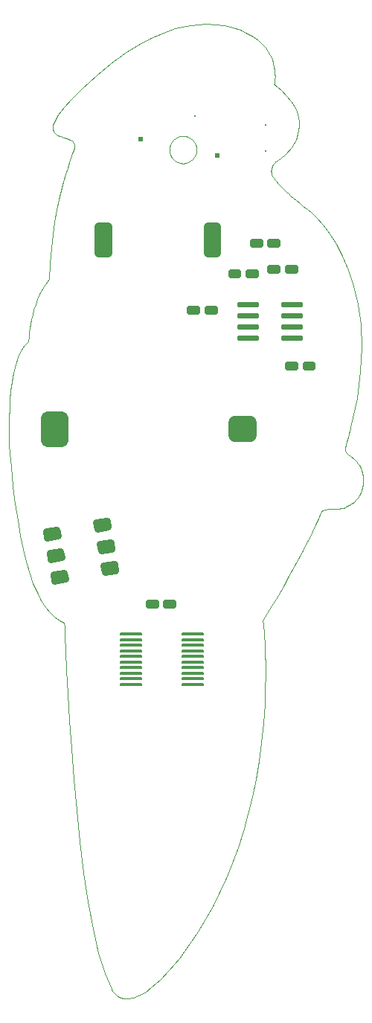
<source format=gtp>
G04 EAGLE Gerber RS-274X export*
G75*
%MOMM*%
%FSLAX34Y34*%
%LPD*%
%INSolder paste top*%
%IPPOS*%
%AMOC8*
5,1,8,0,0,1.08239X$1,22.5*%
G01*
%ADD10C,0.001000*%
%ADD11C,0.175000*%
%ADD12C,0.325000*%
%ADD13C,1.000000*%
%ADD14R,0.500000X0.500000*%
%ADD15R,0.200000X0.200000*%
%ADD16C,0.500000*%
%ADD17C,0.750000*%
%ADD18C,1.500000*%
%ADD19C,1.600000*%


D10*
X420454Y640101D02*
X420149Y640371D01*
X419841Y640637D01*
X419531Y640899D01*
X419218Y641156D01*
X418902Y641410D01*
X418583Y641659D01*
X418262Y641904D01*
X417939Y642144D01*
X417613Y642380D01*
X417285Y642612D01*
X416954Y642840D01*
X416622Y643062D01*
X416287Y643281D01*
X415950Y643495D01*
X415610Y643704D01*
X415269Y643908D01*
X415202Y643951D01*
X415015Y644080D01*
X414728Y644294D01*
X414363Y644593D01*
X413940Y644977D01*
X413481Y645445D01*
X413007Y645997D01*
X412537Y646633D01*
X412094Y647353D01*
X411697Y648155D01*
X411369Y649040D01*
X411130Y650007D01*
X411000Y651056D01*
X411001Y652186D01*
X411154Y653398D01*
X411479Y654691D01*
X411839Y655922D01*
X412207Y657195D01*
X412582Y658504D01*
X412963Y659842D01*
X413347Y661202D01*
X413732Y662579D01*
X414118Y663966D01*
X414501Y665356D01*
X414880Y666742D01*
X415253Y668120D01*
X415619Y669481D01*
X415974Y670820D01*
X416319Y672130D01*
X416650Y673405D01*
X416965Y674639D01*
X417264Y675824D01*
X424276Y709087D01*
X428228Y739649D01*
X429481Y767585D01*
X428394Y792973D01*
X425327Y815889D01*
X420639Y836410D01*
X414691Y854613D01*
X407841Y870574D01*
X400450Y884370D01*
X392877Y896078D01*
X385483Y905774D01*
X378626Y913535D01*
X372667Y919438D01*
X367965Y923559D01*
X364880Y925976D01*
X363772Y926764D01*
X359084Y930697D01*
X355052Y934095D01*
X351611Y937015D01*
X348696Y939513D01*
X346242Y941646D01*
X344184Y943469D01*
X342457Y945039D01*
X340997Y946413D01*
X339739Y947645D01*
X338617Y948793D01*
X337567Y949913D01*
X336525Y951060D01*
X335424Y952292D01*
X334201Y953664D01*
X332790Y955232D01*
X331126Y957054D01*
X329361Y959217D01*
X328078Y961318D01*
X327226Y963346D01*
X326756Y965291D01*
X326615Y967141D01*
X326753Y968886D01*
X327120Y970516D01*
X327664Y972019D01*
X328335Y973385D01*
X329081Y974604D01*
X329852Y975665D01*
X330597Y976556D01*
X331264Y977268D01*
X331804Y977790D01*
X332166Y978111D01*
X332297Y978220D01*
X334816Y979993D01*
X337139Y981750D01*
X339271Y983476D01*
X341218Y985159D01*
X342982Y986784D01*
X344570Y988339D01*
X345985Y989810D01*
X347232Y991183D01*
X348315Y992445D01*
X349239Y993582D01*
X350009Y994582D01*
X350629Y995430D01*
X351103Y996113D01*
X351436Y996618D01*
X351632Y996930D01*
X351697Y997037D01*
X351969Y997427D01*
X352692Y998565D01*
X353722Y1000401D01*
X354917Y1002888D01*
X356134Y1005978D01*
X357230Y1009621D01*
X358062Y1013769D01*
X358487Y1018374D01*
X358364Y1023387D01*
X357548Y1028760D01*
X355898Y1034445D01*
X353271Y1040392D01*
X349523Y1046554D01*
X344512Y1052882D01*
X338096Y1059328D01*
X330131Y1065843D01*
X330240Y1066386D01*
X330453Y1067634D01*
X330702Y1069517D01*
X330919Y1071965D01*
X331036Y1074909D01*
X330984Y1078280D01*
X330695Y1082010D01*
X330100Y1086028D01*
X329133Y1090265D01*
X327723Y1094653D01*
X325804Y1099122D01*
X323306Y1103602D01*
X320162Y1108025D01*
X316304Y1112322D01*
X311662Y1116422D01*
X306170Y1120258D01*
X299242Y1124140D01*
X291551Y1127594D01*
X283110Y1130494D01*
X273933Y1132715D01*
X264031Y1134132D01*
X253417Y1134621D01*
X242105Y1134056D01*
X230106Y1132312D01*
X217434Y1129264D01*
X204101Y1124788D01*
X190120Y1118757D01*
X175503Y1111047D01*
X160264Y1101533D01*
X144414Y1090090D01*
X127968Y1076593D01*
X110936Y1060916D01*
X99472Y1049347D01*
X90763Y1039624D01*
X84533Y1031568D01*
X80502Y1024997D01*
X78394Y1019734D01*
X77932Y1015596D01*
X78836Y1012406D01*
X80830Y1009982D01*
X83637Y1008144D01*
X86977Y1006714D01*
X90575Y1005510D01*
X94151Y1004354D01*
X97429Y1003065D01*
X100131Y1001462D01*
X101979Y999368D01*
X102695Y996600D01*
X102449Y994277D01*
X101687Y991232D01*
X100478Y987415D01*
X98885Y982773D01*
X96977Y977255D01*
X94817Y970809D01*
X92473Y963384D01*
X90011Y954928D01*
X87496Y945390D01*
X84994Y934717D01*
X82571Y922859D01*
X80294Y909763D01*
X78228Y895377D01*
X76439Y879652D01*
X74993Y862534D01*
X73956Y843972D01*
X69948Y838718D01*
X66426Y833162D01*
X63358Y827392D01*
X60714Y821497D01*
X58462Y815565D01*
X56570Y809685D01*
X55008Y803945D01*
X53743Y798434D01*
X52745Y793239D01*
X51982Y788451D01*
X51422Y784156D01*
X51035Y780444D01*
X50788Y777402D01*
X50650Y775121D01*
X50591Y773687D01*
X50578Y773189D01*
X45858Y768816D01*
X41841Y762790D01*
X38471Y755376D01*
X35695Y746842D01*
X33457Y737456D01*
X31701Y727484D01*
X30374Y717194D01*
X29420Y706853D01*
X28784Y696728D01*
X28412Y687086D01*
X28247Y678195D01*
X28236Y670321D01*
X28323Y663731D01*
X28453Y658694D01*
X28571Y655476D01*
X28623Y654343D01*
X30608Y630813D01*
X32852Y608894D01*
X35355Y588555D01*
X38117Y569762D01*
X41137Y552484D01*
X44414Y536688D01*
X47950Y522341D01*
X51744Y509410D01*
X55795Y497865D01*
X60104Y487670D01*
X64669Y478796D01*
X69492Y471208D01*
X74571Y464874D01*
X79907Y459762D01*
X85499Y455840D01*
X91347Y453074D01*
X91470Y449289D01*
X91860Y438509D01*
X92554Y421596D01*
X93586Y399413D01*
X94992Y372824D01*
X96806Y342690D01*
X99064Y309875D01*
X101801Y275241D01*
X105051Y239651D01*
X108851Y203968D01*
X113235Y169055D01*
X118238Y135774D01*
X123896Y104988D01*
X130243Y77560D01*
X137315Y54352D01*
X145146Y36228D01*
X145387Y35733D01*
X146138Y34435D01*
X147443Y32613D01*
X149344Y30546D01*
X151885Y28516D01*
X155109Y26800D01*
X159059Y25679D01*
X163778Y25432D01*
X169308Y26339D01*
X175694Y28679D01*
X182978Y32732D01*
X191203Y38777D01*
X200412Y47095D01*
X210649Y57964D01*
X221957Y71665D01*
X234378Y88476D01*
X243290Y101778D01*
X251878Y115899D01*
X260109Y130811D01*
X267951Y146484D01*
X275370Y162889D01*
X282336Y179997D01*
X288815Y197778D01*
X294776Y216202D01*
X300186Y235242D01*
X305013Y254866D01*
X309225Y275046D01*
X312789Y295753D01*
X315674Y316957D01*
X317846Y338629D01*
X319275Y360740D01*
X319926Y383259D01*
X319981Y388757D01*
X320017Y394085D01*
X320032Y399253D01*
X320023Y404268D01*
X319988Y409140D01*
X319924Y413878D01*
X319829Y418489D01*
X319701Y422982D01*
X319537Y427367D01*
X319335Y431651D01*
X319093Y435843D01*
X318808Y439952D01*
X318479Y443986D01*
X318101Y447954D01*
X317674Y451865D01*
X317194Y455727D01*
X322364Y464064D01*
X327387Y472314D01*
X332265Y480475D01*
X337000Y488548D01*
X341594Y496534D01*
X346048Y504434D01*
X350364Y512246D01*
X354544Y519973D01*
X358589Y527613D01*
X362501Y535168D01*
X366283Y542638D01*
X369935Y550022D01*
X373459Y557323D01*
X376857Y564539D01*
X380130Y571671D01*
X383281Y578720D01*
X383305Y578764D01*
X383378Y578886D01*
X383505Y579076D01*
X383692Y579321D01*
X383943Y579611D01*
X384264Y579933D01*
X384658Y580276D01*
X385132Y580628D01*
X385689Y580978D01*
X386335Y581314D01*
X387074Y581624D01*
X387912Y581897D01*
X388853Y582122D01*
X389903Y582286D01*
X391065Y582377D01*
X392345Y582386D01*
X394069Y582350D01*
X395783Y582340D01*
X397487Y582363D01*
X399179Y582424D01*
X400858Y582531D01*
X402524Y582688D01*
X404174Y582903D01*
X405807Y583182D01*
X407422Y583531D01*
X409019Y583957D01*
X410594Y584465D01*
X412148Y585063D01*
X413679Y585756D01*
X415186Y586550D01*
X416667Y587453D01*
X418121Y588470D01*
X420756Y590649D01*
X423111Y593036D01*
X425185Y595609D01*
X426973Y598343D01*
X428473Y601215D01*
X429680Y604202D01*
X430591Y607280D01*
X431203Y610425D01*
X431513Y613614D01*
X431517Y616824D01*
X431211Y620031D01*
X430593Y623211D01*
X429658Y626342D01*
X428404Y629399D01*
X426826Y632359D01*
X424922Y635199D01*
X424667Y635537D01*
X424409Y635870D01*
X424148Y636199D01*
X423883Y636524D01*
X423614Y636845D01*
X423343Y637162D01*
X423068Y637475D01*
X422790Y637783D01*
X422509Y638088D01*
X422225Y638388D01*
X421937Y638684D01*
X421647Y638975D01*
X421353Y639263D01*
X421056Y639547D01*
X420757Y639826D01*
X420454Y640101D01*
X215561Y980361D02*
X213545Y982768D01*
X215561Y980361D02*
X217943Y978462D01*
X220605Y977087D01*
X223459Y976253D01*
X226420Y975977D01*
X229401Y976274D01*
X232316Y977162D01*
X235077Y978658D01*
X237483Y980673D01*
X239382Y983055D01*
X240757Y985716D01*
X241590Y988570D01*
X241866Y991531D01*
X241568Y994512D01*
X240680Y997426D01*
X239184Y1000186D01*
X237170Y1002592D01*
X234789Y1004490D01*
X232128Y1005865D01*
X229273Y1006700D01*
X226312Y1006977D01*
X223331Y1006680D01*
X220417Y1005792D01*
X217655Y1004297D01*
X215249Y1002282D01*
X213350Y999901D01*
X211976Y997239D01*
X211143Y994385D01*
X210866Y991423D01*
X211164Y988442D01*
X212051Y985528D01*
X213545Y982768D01*
D11*
X155655Y441045D02*
X155655Y439295D01*
X155655Y441045D02*
X178905Y441045D01*
X178905Y439295D01*
X155655Y439295D01*
X155655Y440957D02*
X178905Y440957D01*
X155655Y434695D02*
X155655Y432945D01*
X155655Y434695D02*
X178905Y434695D01*
X178905Y432945D01*
X155655Y432945D01*
X155655Y434607D02*
X178905Y434607D01*
X155655Y428345D02*
X155655Y426595D01*
X155655Y428345D02*
X178905Y428345D01*
X178905Y426595D01*
X155655Y426595D01*
X155655Y428257D02*
X178905Y428257D01*
X155655Y421995D02*
X155655Y420245D01*
X155655Y421995D02*
X178905Y421995D01*
X178905Y420245D01*
X155655Y420245D01*
X155655Y421907D02*
X178905Y421907D01*
X155655Y415645D02*
X155655Y413895D01*
X155655Y415645D02*
X178905Y415645D01*
X178905Y413895D01*
X155655Y413895D01*
X155655Y415557D02*
X178905Y415557D01*
X155655Y409295D02*
X155655Y407545D01*
X155655Y409295D02*
X178905Y409295D01*
X178905Y407545D01*
X155655Y407545D01*
X155655Y409207D02*
X178905Y409207D01*
X155655Y402945D02*
X155655Y401195D01*
X155655Y402945D02*
X178905Y402945D01*
X178905Y401195D01*
X155655Y401195D01*
X155655Y402857D02*
X178905Y402857D01*
X155655Y396595D02*
X155655Y394845D01*
X155655Y396595D02*
X178905Y396595D01*
X178905Y394845D01*
X155655Y394845D01*
X155655Y396507D02*
X178905Y396507D01*
X155655Y390245D02*
X155655Y388495D01*
X155655Y390245D02*
X178905Y390245D01*
X178905Y388495D01*
X155655Y388495D01*
X155655Y390157D02*
X178905Y390157D01*
X155655Y383895D02*
X155655Y382145D01*
X155655Y383895D02*
X178905Y383895D01*
X178905Y382145D01*
X155655Y382145D01*
X155655Y383807D02*
X178905Y383807D01*
X225655Y439295D02*
X225655Y441045D01*
X248905Y441045D01*
X248905Y439295D01*
X225655Y439295D01*
X225655Y440957D02*
X248905Y440957D01*
X225655Y434695D02*
X225655Y432945D01*
X225655Y434695D02*
X248905Y434695D01*
X248905Y432945D01*
X225655Y432945D01*
X225655Y434607D02*
X248905Y434607D01*
X225655Y428345D02*
X225655Y426595D01*
X225655Y428345D02*
X248905Y428345D01*
X248905Y426595D01*
X225655Y426595D01*
X225655Y428257D02*
X248905Y428257D01*
X225655Y421995D02*
X225655Y420245D01*
X225655Y421995D02*
X248905Y421995D01*
X248905Y420245D01*
X225655Y420245D01*
X225655Y421907D02*
X248905Y421907D01*
X225655Y415645D02*
X225655Y413895D01*
X225655Y415645D02*
X248905Y415645D01*
X248905Y413895D01*
X225655Y413895D01*
X225655Y415557D02*
X248905Y415557D01*
X225655Y409295D02*
X225655Y407545D01*
X225655Y409295D02*
X248905Y409295D01*
X248905Y407545D01*
X225655Y407545D01*
X225655Y409207D02*
X248905Y409207D01*
X225655Y402945D02*
X225655Y401195D01*
X225655Y402945D02*
X248905Y402945D01*
X248905Y401195D01*
X225655Y401195D01*
X225655Y402857D02*
X248905Y402857D01*
X225655Y396595D02*
X225655Y394845D01*
X225655Y396595D02*
X248905Y396595D01*
X248905Y394845D01*
X225655Y394845D01*
X225655Y396507D02*
X248905Y396507D01*
X225655Y390245D02*
X225655Y388495D01*
X225655Y390245D02*
X248905Y390245D01*
X248905Y388495D01*
X225655Y388495D01*
X225655Y390157D02*
X248905Y390157D01*
X225655Y383895D02*
X225655Y382145D01*
X225655Y383895D02*
X248905Y383895D01*
X248905Y382145D01*
X225655Y382145D01*
X225655Y383807D02*
X248905Y383807D01*
D12*
X289625Y813525D02*
X311375Y813525D01*
X289625Y813525D02*
X289625Y816775D01*
X311375Y816775D01*
X311375Y813525D01*
X311375Y816612D02*
X289625Y816612D01*
X289625Y800825D02*
X311375Y800825D01*
X289625Y800825D02*
X289625Y804075D01*
X311375Y804075D01*
X311375Y800825D01*
X311375Y803912D02*
X289625Y803912D01*
X289625Y788125D02*
X311375Y788125D01*
X289625Y788125D02*
X289625Y791375D01*
X311375Y791375D01*
X311375Y788125D01*
X311375Y791212D02*
X289625Y791212D01*
X289625Y775425D02*
X311375Y775425D01*
X289625Y775425D02*
X289625Y778675D01*
X311375Y778675D01*
X311375Y775425D01*
X311375Y778512D02*
X289625Y778512D01*
X339625Y775425D02*
X361375Y775425D01*
X339625Y775425D02*
X339625Y778675D01*
X361375Y778675D01*
X361375Y775425D01*
X361375Y778512D02*
X339625Y778512D01*
X339625Y788125D02*
X361375Y788125D01*
X339625Y788125D02*
X339625Y791375D01*
X361375Y791375D01*
X361375Y788125D01*
X361375Y791212D02*
X339625Y791212D01*
X339625Y800825D02*
X361375Y800825D01*
X339625Y800825D02*
X339625Y804075D01*
X361375Y804075D01*
X361375Y800825D01*
X361375Y803912D02*
X339625Y803912D01*
X339625Y813525D02*
X361375Y813525D01*
X339625Y813525D02*
X339625Y816775D01*
X361375Y816775D01*
X361375Y813525D01*
X361375Y816612D02*
X339625Y816612D01*
D13*
X264800Y874000D02*
X264800Y904000D01*
X264800Y874000D02*
X254800Y874000D01*
X254800Y904000D01*
X264800Y904000D01*
X264800Y883500D02*
X254800Y883500D01*
X254800Y893000D02*
X264800Y893000D01*
X264800Y902500D02*
X254800Y902500D01*
X140800Y904000D02*
X140800Y874000D01*
X130800Y874000D01*
X130800Y904000D01*
X140800Y904000D01*
X140800Y883500D02*
X130800Y883500D01*
X130800Y893000D02*
X140800Y893000D01*
X140800Y902500D02*
X130800Y902500D01*
D14*
X177800Y1003300D03*
X265000Y985000D03*
D15*
X320000Y990000D03*
X320000Y1020000D03*
X240000Y1030000D03*
D16*
X253440Y811580D02*
X263440Y811580D01*
X263440Y806580D01*
X253440Y806580D01*
X253440Y811580D01*
X253440Y811330D02*
X263440Y811330D01*
X243440Y811580D02*
X233440Y811580D01*
X243440Y811580D02*
X243440Y806580D01*
X233440Y806580D01*
X233440Y811580D01*
X233440Y811330D02*
X243440Y811330D01*
X305000Y882500D02*
X315000Y882500D01*
X305000Y882500D02*
X305000Y887500D01*
X315000Y887500D01*
X315000Y882500D01*
X315000Y887250D02*
X305000Y887250D01*
X325000Y882500D02*
X335000Y882500D01*
X325000Y882500D02*
X325000Y887500D01*
X335000Y887500D01*
X335000Y882500D01*
X335000Y887250D02*
X325000Y887250D01*
X345000Y742500D02*
X355000Y742500D01*
X345000Y742500D02*
X345000Y747500D01*
X355000Y747500D01*
X355000Y742500D01*
X355000Y747250D02*
X345000Y747250D01*
X365000Y742500D02*
X375000Y742500D01*
X365000Y742500D02*
X365000Y747500D01*
X375000Y747500D01*
X375000Y742500D01*
X375000Y747250D02*
X365000Y747250D01*
X290250Y847500D02*
X280250Y847500D01*
X280250Y852500D01*
X290250Y852500D01*
X290250Y847500D01*
X290250Y852250D02*
X280250Y852250D01*
X300250Y847500D02*
X310250Y847500D01*
X300250Y847500D02*
X300250Y852500D01*
X310250Y852500D01*
X310250Y847500D01*
X310250Y852250D02*
X300250Y852250D01*
D17*
X148404Y520194D02*
X149707Y512809D01*
X137398Y510638D01*
X136095Y518023D01*
X148404Y520194D01*
X148833Y517763D02*
X136141Y517763D01*
X145365Y537429D02*
X144062Y544814D01*
X145365Y537429D02*
X133056Y535258D01*
X131753Y542643D01*
X144062Y544814D01*
X144491Y542383D02*
X131799Y542383D01*
X141024Y562049D02*
X139721Y569434D01*
X141024Y562049D02*
X128715Y559878D01*
X127412Y567263D01*
X139721Y569434D01*
X140150Y567003D02*
X127458Y567003D01*
X82602Y559362D02*
X83905Y551977D01*
X71596Y549806D01*
X70293Y557191D01*
X82602Y559362D01*
X83031Y556931D02*
X70339Y556931D01*
X86944Y534742D02*
X88247Y527357D01*
X75938Y525186D01*
X74635Y532571D01*
X86944Y534742D01*
X87373Y532311D02*
X74681Y532311D01*
X91285Y510122D02*
X92588Y502737D01*
X80279Y500566D01*
X78976Y507951D01*
X91285Y510122D01*
X91714Y507691D02*
X79022Y507691D01*
D16*
X206410Y477130D02*
X216410Y477130D01*
X216410Y472130D01*
X206410Y472130D01*
X206410Y477130D01*
X206410Y476880D02*
X216410Y476880D01*
X196410Y477130D02*
X186410Y477130D01*
X196410Y477130D02*
X196410Y472130D01*
X186410Y472130D01*
X186410Y477130D01*
X186410Y476880D02*
X196410Y476880D01*
X325000Y852500D02*
X335000Y852500D01*
X325000Y852500D02*
X325000Y857500D01*
X335000Y857500D01*
X335000Y852500D01*
X335000Y857250D02*
X325000Y857250D01*
X345000Y852500D02*
X355000Y852500D01*
X345000Y852500D02*
X345000Y857500D01*
X355000Y857500D01*
X355000Y852500D01*
X355000Y857250D02*
X345000Y857250D01*
D18*
X302420Y681180D02*
X285420Y681180D01*
X302420Y681180D02*
X302420Y666180D01*
X285420Y666180D01*
X285420Y681180D01*
X285420Y680430D02*
X302420Y680430D01*
D19*
X87920Y685680D02*
X71920Y685680D01*
X87920Y685680D02*
X87920Y661680D01*
X71920Y661680D01*
X71920Y685680D01*
X71920Y676880D02*
X87920Y676880D01*
M02*

</source>
